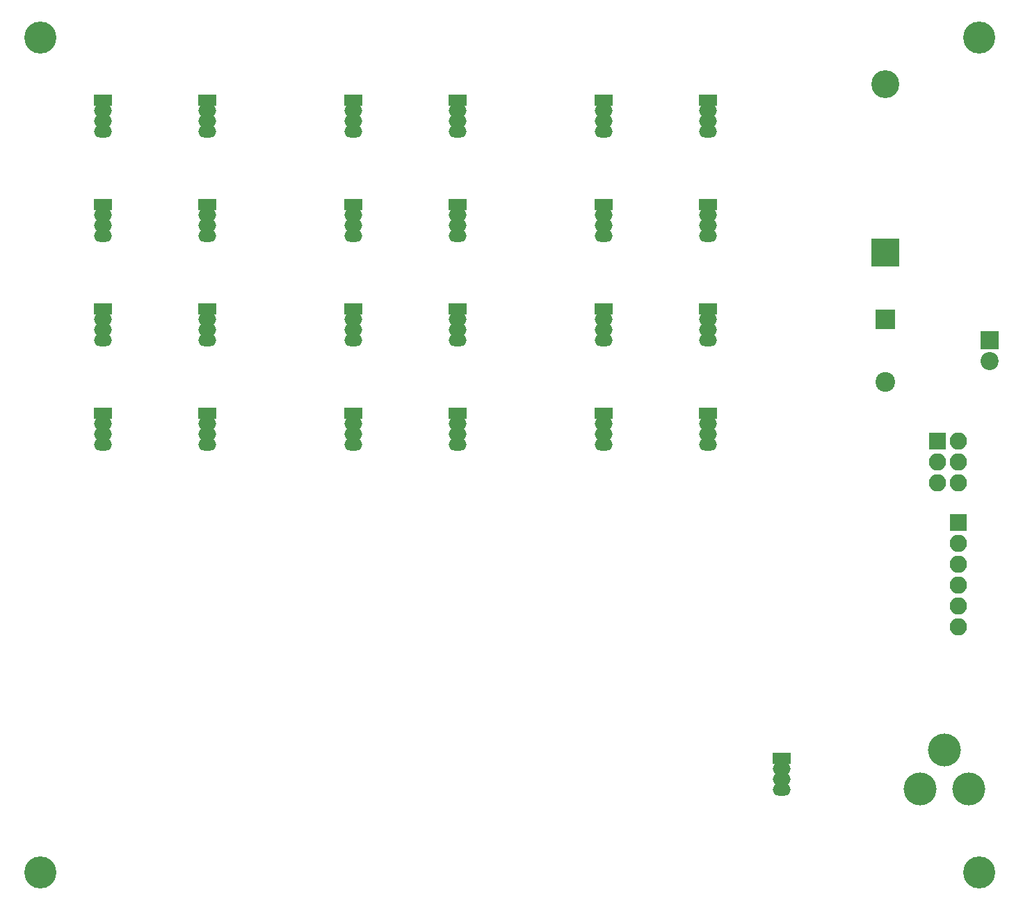
<source format=gbr>
G04 #@! TF.FileFunction,Soldermask,Bot*
%FSLAX46Y46*%
G04 Gerber Fmt 4.6, Leading zero omitted, Abs format (unit mm)*
G04 Created by KiCad (PCBNEW 4.0.7) date Sunday, February 18, 2018 'AMt' 02:02:00 AM*
%MOMM*%
%LPD*%
G01*
G04 APERTURE LIST*
%ADD10C,0.100000*%
%ADD11C,3.400000*%
%ADD12R,3.400000X3.400000*%
%ADD13R,2.400000X2.400000*%
%ADD14C,2.400000*%
%ADD15R,2.200000X1.470000*%
%ADD16O,2.200000X1.470000*%
%ADD17C,3.900000*%
%ADD18R,2.200000X2.200000*%
%ADD19C,2.200000*%
%ADD20C,4.000000*%
%ADD21R,2.100000X2.100000*%
%ADD22O,2.100000X2.100000*%
G04 APERTURE END LIST*
D10*
D11*
X203200000Y-45085000D03*
D12*
X203200000Y-65575000D03*
D13*
X203200000Y-73660000D03*
D14*
X203200000Y-81260000D03*
D15*
X181610000Y-85090000D03*
D16*
X181610000Y-86360000D03*
X181610000Y-87630000D03*
X181610000Y-88900000D03*
D15*
X181610000Y-72390000D03*
D16*
X181610000Y-73660000D03*
X181610000Y-74930000D03*
X181610000Y-76200000D03*
D15*
X181610000Y-59690000D03*
D16*
X181610000Y-60960000D03*
X181610000Y-62230000D03*
X181610000Y-63500000D03*
D15*
X181610000Y-46990000D03*
D16*
X181610000Y-48260000D03*
X181610000Y-49530000D03*
X181610000Y-50800000D03*
D15*
X168910000Y-85090000D03*
D16*
X168910000Y-86360000D03*
X168910000Y-87630000D03*
X168910000Y-88900000D03*
D15*
X168910000Y-72390000D03*
D16*
X168910000Y-73660000D03*
X168910000Y-74930000D03*
X168910000Y-76200000D03*
D15*
X168910000Y-59690000D03*
D16*
X168910000Y-60960000D03*
X168910000Y-62230000D03*
X168910000Y-63500000D03*
D15*
X168910000Y-46990000D03*
D16*
X168910000Y-48260000D03*
X168910000Y-49530000D03*
X168910000Y-50800000D03*
D15*
X151130000Y-85090000D03*
D16*
X151130000Y-86360000D03*
X151130000Y-87630000D03*
X151130000Y-88900000D03*
D15*
X151130000Y-72390000D03*
D16*
X151130000Y-73660000D03*
X151130000Y-74930000D03*
X151130000Y-76200000D03*
D15*
X151130000Y-59690000D03*
D16*
X151130000Y-60960000D03*
X151130000Y-62230000D03*
X151130000Y-63500000D03*
D15*
X151130000Y-46990000D03*
D16*
X151130000Y-48260000D03*
X151130000Y-49530000D03*
X151130000Y-50800000D03*
D15*
X138430000Y-85090000D03*
D16*
X138430000Y-86360000D03*
X138430000Y-87630000D03*
X138430000Y-88900000D03*
D15*
X138430000Y-72390000D03*
D16*
X138430000Y-73660000D03*
X138430000Y-74930000D03*
X138430000Y-76200000D03*
D15*
X138430000Y-59690000D03*
D16*
X138430000Y-60960000D03*
X138430000Y-62230000D03*
X138430000Y-63500000D03*
D15*
X138430000Y-46990000D03*
D16*
X138430000Y-48260000D03*
X138430000Y-49530000D03*
X138430000Y-50800000D03*
D15*
X120650000Y-85090000D03*
D16*
X120650000Y-86360000D03*
X120650000Y-87630000D03*
X120650000Y-88900000D03*
D15*
X120650000Y-72390000D03*
D16*
X120650000Y-73660000D03*
X120650000Y-74930000D03*
X120650000Y-76200000D03*
D15*
X120650000Y-59690000D03*
D16*
X120650000Y-60960000D03*
X120650000Y-62230000D03*
X120650000Y-63500000D03*
D15*
X120650000Y-46990000D03*
D16*
X120650000Y-48260000D03*
X120650000Y-49530000D03*
X120650000Y-50800000D03*
D15*
X107950000Y-85090000D03*
D16*
X107950000Y-86360000D03*
X107950000Y-87630000D03*
X107950000Y-88900000D03*
D15*
X107950000Y-72390000D03*
D16*
X107950000Y-73660000D03*
X107950000Y-74930000D03*
X107950000Y-76200000D03*
D15*
X107950000Y-59690000D03*
D16*
X107950000Y-60960000D03*
X107950000Y-62230000D03*
X107950000Y-63500000D03*
D15*
X107950000Y-46990000D03*
D16*
X107950000Y-48260000D03*
X107950000Y-49530000D03*
X107950000Y-50800000D03*
D17*
X100330000Y-39370000D03*
X100330000Y-140970000D03*
X214630000Y-140970000D03*
X214630000Y-39370000D03*
D18*
X215900000Y-76200000D03*
D19*
X215900000Y-78740000D03*
D15*
X190610000Y-127100000D03*
D16*
X190610000Y-128370000D03*
X190610000Y-129640000D03*
X190610000Y-130910000D03*
D20*
X207391000Y-130810000D03*
X213391000Y-130810000D03*
X210391000Y-126110000D03*
D21*
X212073000Y-98398200D03*
D22*
X212073000Y-100938200D03*
X212073000Y-103478200D03*
X212073000Y-106018200D03*
X212073000Y-108558200D03*
X212073000Y-111098200D03*
D21*
X209533000Y-88492200D03*
D22*
X212073000Y-88492200D03*
X209533000Y-91032200D03*
X212073000Y-91032200D03*
X209533000Y-93572200D03*
X212073000Y-93572200D03*
M02*

</source>
